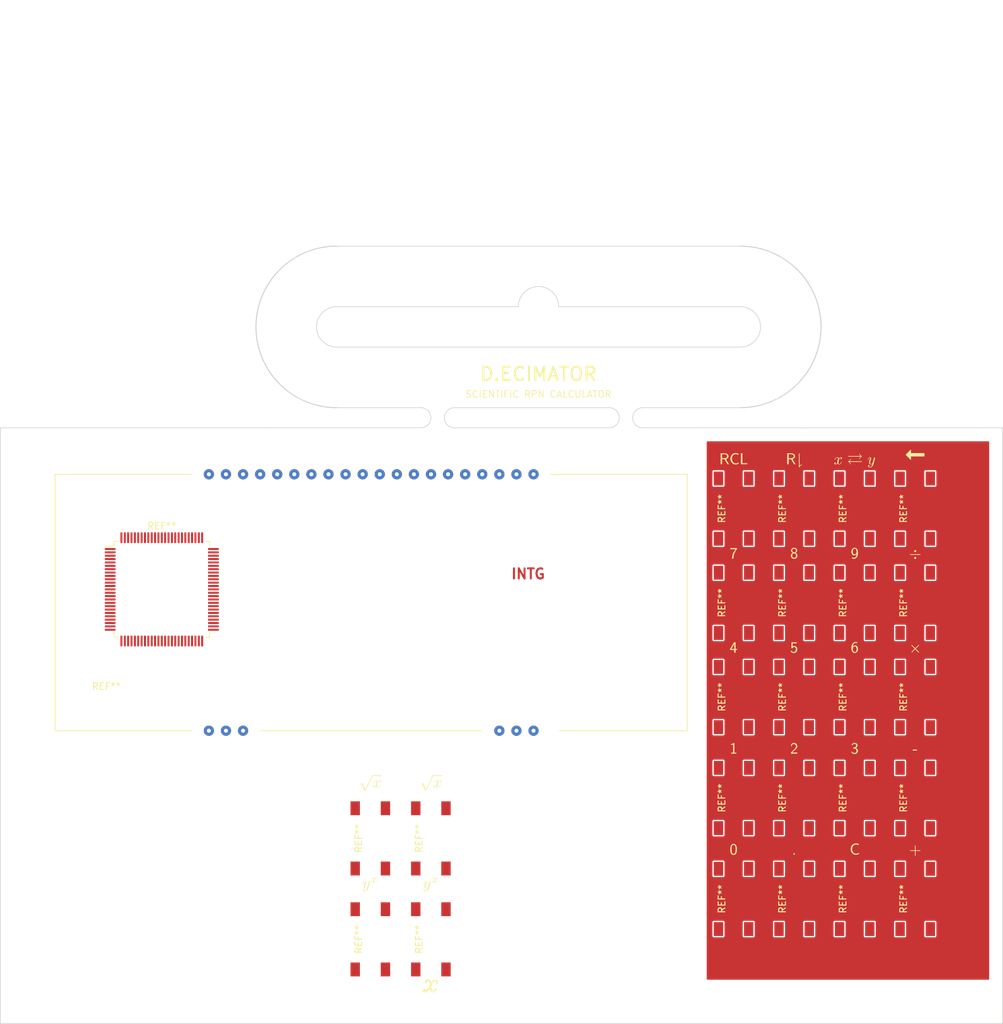
<source format=kicad_pcb>
(kicad_pcb (version 20211014) (generator pcbnew)
  (layers (0 "F.Cu" signal) (31 "B.Cu" signal) (34 "B.Paste" user) (35 "F.Paste" user) (36 "B.SilkS" user "B.Silkscreen") (37 "F.SilkS" user "F.Silkscreen") (38 "B.Mask" user) (39 "F.Mask" user) (44 "Edge.Cuts" user))
  (net 0 "")
  (footprint "Library:1-1437565-6" (layer "F.Cu") (at 198 108 90)
    (fp_text reference "REF**" (at 0 -1.75 90 unlocked) (layer "F.SilkS"))
    (fp_text value "1-1437565-6")
    (pad "1" smd rect (at 4.475 -2.2475 90) (size 2.06 1.395) (layers "F.Cu" "F.Paste" "F.Mask"))
    (pad "2" smd rect (at 4.475 2.2475 90) (size 2.06 1.395) (layers "F.Cu" "F.Paste" "F.Mask"))
    (pad "3" smd rect (at -4.475 2.2475 90) (size 2.06 1.395) (layers "F.Cu" "F.Paste" "F.Mask"))
    (pad "4" smd rect (at -4.475 -2.2475 90) (size 2.06 1.395) (layers "F.Cu" "F.Paste" "F.Mask"))
  )
  (footprint "Library:1-1437565-6" (layer "F.Cu") (at 198 123 90)
    (fp_text reference "REF**" (at 0 -1.75 90 unlocked) (layer "F.SilkS"))
    (fp_text value "1-1437565-6")
    (pad "1" smd rect (at 4.475 -2.2475 90) (size 2.06 1.395) (layers "F.Cu" "F.Paste" "F.Mask"))
    (pad "2" smd rect (at 4.475 2.2475 90) (size 2.06 1.395) (layers "F.Cu" "F.Paste" "F.Mask"))
    (pad "3" smd rect (at -4.475 2.2475 90) (size 2.06 1.395) (layers "F.Cu" "F.Paste" "F.Mask"))
    (pad "4" smd rect (at -4.475 -2.2475 90) (size 2.06 1.395) (layers "F.Cu" "F.Paste" "F.Mask"))
  )
  (footprint "Library:1" (layer "F.Cu") (at 180 100)
    (fp_text reference "G***" hide)
    (fp_text value "LOGO" hide)
  )
  (footprint "Library:9" (layer "F.Cu") (at 198 71)
    (fp_text reference "G***" hide)
    (fp_text value "LOGO" hide)
  )
  (footprint "Library:RDOWN" (layer "F.Cu") (at 189 57)
    (fp_text reference "G***" hide)
    (fp_text value "LOGO" hide)
  )
  (footprint "Library:1-1437565-6" (layer "F.Cu") (at 207 123 90)
    (fp_text reference "REF**" (at 0 -1.75 90 unlocked) (layer "F.SilkS"))
    (fp_text value "1-1437565-6")
    (pad "1" smd rect (at 4.475 -2.2475 90) (size 2.06 1.395) (layers "F.Cu" "F.Paste" "F.Mask"))
    (pad "2" smd rect (at 4.475 2.2475 90) (size 2.06 1.395) (layers "F.Cu" "F.Paste" "F.Mask"))
    (pad "3" smd rect (at -4.475 2.2475 90) (size 2.06 1.395) (layers "F.Cu" "F.Paste" "F.Mask"))
    (pad "4" smd rect (at -4.475 -2.2475 90) (size 2.06 1.395) (layers "F.Cu" "F.Paste" "F.Mask"))
  )
  (footprint "Library:BACKSPACE" (layer "F.Cu") (at 207 57)
    (fp_text reference "G***" hide)
    (fp_text value "LOGO" hide)
  )
  (footprint "Library:xsqrty" (layer "F.Cu") (at 130 106)
    (fp_text reference "G***" hide)
    (fp_text value "LOGO" hide)
  )
  (footprint "Library:1-1437565-6" (layer "F.Cu") (at 180 65 90)
    (fp_text reference "REF**" (at 0 -1.75 90 unlocked) (layer "F.SilkS"))
    (fp_text value "1-1437565-6")
    (pad "1" smd rect (at 4.475 -2.2475 90) (size 2.06 1.395) (layers "F.Cu" "F.Paste" "F.Mask"))
    (pad "2" smd rect (at 4.475 2.2475 90) (size 2.06 1.395) (layers "F.Cu" "F.Paste" "F.Mask"))
    (pad "3" smd rect (at -4.475 2.2475 90) (size 2.06 1.395) (layers "F.Cu" "F.Paste" "F.Mask"))
    (pad "4" smd rect (at -4.475 -2.2475 90) (size 2.06 1.395) (layers "F.Cu" "F.Paste" "F.Mask"))
  )
  (footprint "Library:1-1437565-6" (layer "F.Cu") (at 189 65 90)
    (fp_text reference "REF**" (at 0 -1.75 90 unlocked) (layer "F.SilkS"))
    (fp_text value "1-1437565-6")
    (pad "1" smd rect (at 4.475 -2.2475 90) (size 2.06 1.395) (layers "F.Cu" "F.Paste" "F.Mask"))
    (pad "2" smd rect (at 4.475 2.2475 90) (size 2.06 1.395) (layers "F.Cu" "F.Paste" "F.Mask"))
    (pad "3" smd rect (at -4.475 2.2475 90) (size 2.06 1.395) (layers "F.Cu" "F.Paste" "F.Mask"))
    (pad "4" smd rect (at -4.475 -2.2475 90) (size 2.06 1.395) (layers "F.Cu" "F.Paste" "F.Mask"))
  )
  (footprint "Library:3" (layer "F.Cu") (at 198 100)
    (fp_text reference "G***" hide)
    (fp_text value "LOGO" hide)
  )
  (footprint "Library:8" (layer "F.Cu") (at 189 71)
    (fp_text reference "G***" hide)
    (fp_text value "LOGO" hide)
  )
  (footprint "Library:1-1437565-6" (layer "F.Cu") (at 189 108 90)
    (fp_text reference "REF**" (at 0 -1.75 90 unlocked) (layer "F.SilkS"))
    (fp_text value "1-1437565-6")
    (pad "1" smd rect (at 4.475 -2.2475 90) (size 2.06 1.395) (layers "F.Cu" "F.Paste" "F.Mask"))
    (pad "2" smd rect (at 4.475 2.2475 90) (size 2.06 1.395) (layers "F.Cu" "F.Paste" "F.Mask"))
    (pad "3" smd rect (at -4.475 2.2475 90) (size 2.06 1.395) (layers "F.Cu" "F.Paste" "F.Mask"))
    (pad "4" smd rect (at -4.475 -2.2475 90) (size 2.06 1.395) (layers "F.Cu" "F.Paste" "F.Mask"))
  )
  (footprint "Library:1-1437565-6" (layer "F.Cu") (at 135 114 90)
    (fp_text reference "REF**" (at 0 -1.75 90 unlocked) (layer "F.SilkS"))
    (fp_text value "1-1437565-6")
    (pad "1" smd rect (at 4.475 -2.2475 90) (size 2.06 1.395) (layers "F.Cu" "F.Paste" "F.Mask"))
    (pad "2" smd rect (at 4.475 2.2475 90) (size 2.06 1.395) (layers "F.Cu" "F.Paste" "F.Mask"))
    (pad "3" smd rect (at -4.475 2.2475 90) (size 2.06 1.395) (layers "F.Cu" "F.Paste" "F.Mask"))
    (pad "4" smd rect (at -4.475 -2.2475 90) (size 2.06 1.395) (layers "F.Cu" "F.Paste" "F.Mask"))
  )
  (footprint "Library:1-1437565-6" (layer "F.Cu") (at 126 114 90)
    (fp_text reference "REF**" (at 0 -1.75 90 unlocked) (layer "F.SilkS"))
    (fp_text value "1-1437565-6")
    (pad "1" smd rect (at 4.475 -2.2475 90) (size 2.06 1.395) (layers "F.Cu" "F.Paste" "F.Mask"))
    (pad "2" smd rect (at 4.475 2.2475 90) (size 2.06 1.395) (layers "F.Cu" "F.Paste" "F.Mask"))
    (pad "3" smd rect (at -4.475 2.2475 90) (size 2.06 1.395) (layers "F.Cu" "F.Paste" "F.Mask"))
    (pad "4" smd rect (at -4.475 -2.2475 90) (size 2.06 1.395) (layers "F.Cu" "F.Paste" "F.Mask"))
  )
  (footprint "Library:x" (layer "F.Cu") (at 135 136)
    (fp_text reference "G***" hide)
    (fp_text value "LOGO" hide)
  )
  (footprint "Library:1-1437565-6" (layer "F.Cu") (at 189 93 90)
    (fp_text reference "REF**" (at 0 -1.75 90 unlocked) (layer "F.SilkS"))
    (fp_text value "1-1437565-6")
    (pad "1" smd rect (at 4.475 -2.2475 90) (size 2.06 1.395) (layers "F.Cu" "F.Paste" "F.Mask"))
    (pad "2" smd rect (at 4.475 2.2475 90) (size 2.06 1.395) (layers "F.Cu" "F.Paste" "F.Mask"))
    (pad "3" smd rect (at -4.475 2.2475 90) (size 2.06 1.395) (layers "F.Cu" "F.Paste" "F.Mask"))
    (pad "4" smd rect (at -4.475 -2.2475 90) (size 2.06 1.395) (layers "F.Cu" "F.Paste" "F.Mask"))
  )
  (footprint "Library:RCL" (layer "F.Cu") (at 180 57)
    (fp_text reference "G***" hide)
    (fp_text value "LOGO" hide)
  )
  (footprint "Library:1-1437565-6" (layer "F.Cu") (at 180 79 90)
    (fp_text reference "REF**" (at 0 -1.75 90 unlocked) (layer "F.SilkS"))
    (fp_text value "1-1437565-6")
    (pad "1" smd rect (at 4.475 -2.2475 90) (size 2.06 1.395) (layers "F.Cu" "F.Paste" "F.Mask"))
    (pad "2" smd rect (at 4.475 2.2475 90) (size 2.06 1.395) (layers "F.Cu" "F.Paste" "F.Mask"))
    (pad "3" smd rect (at -4.475 2.2475 90) (size 2.06 1.395) (layers "F.Cu" "F.Paste" "F.Mask"))
    (pad "4" smd rect (at -4.475 -2.2475 90) (size 2.06 1.395) (layers "F.Cu" "F.Paste" "F.Mask"))
  )
  (footprint "Library:2" (layer "F.Cu") (at 189 100)
    (fp_text reference "G***" hide)
    (fp_text value "LOGO" hide)
  )
  (footprint "Library:yexpx" (layer "F.Cu") (at 135 120)
    (fp_text reference "G***" hide)
    (fp_text value "LOGO" hide)
  )
  (footprint "Library:decimal" (layer "F.Cu") (at 189 115)
    (fp_text reference "G***" hide)
    (fp_text value "LOGO" hide)
  )
  (footprint "Library:xsqrty" (layer "F.Cu") (at 139 106)
    (fp_text reference "G***" hide)
    (fp_text value "LOGO" hide)
  )
  (footprint "Library:LOG" (layer "F.Cu") (at 130 121)
    (fp_text reference "G***" hide)
    (fp_text value "LOGO" hide)
  )
  (footprint "Library:1-1437565-6" (layer "F.Cu") (at 126 129 90)
    (fp_text reference "REF**" (at 0 -1.75 90 unlocked) (layer "F.SilkS"))
    (fp_text value "1-1437565-6")
    (pad "1" smd rect (at 4.475 -2.2475 90) (size 2.06 1.395) (layers "F.Cu" "F.Paste" "F.Mask"))
    (pad "2" smd rect (at 4.475 2.2475 90) (size 2.06 1.395) (layers "F.Cu" "F.Paste" "F.Mask"))
    (pad "3" smd rect (at -4.475 2.2475 90) (size 2.06 1.395) (layers "F.Cu" "F.Paste" "F.Mask"))
    (pad "4" smd rect (at -4.475 -2.2475 90) (size 2.06 1.395) (layers "F.Cu" "F.Paste" "F.Mask"))
  )
  (footprint "Library:1-1437565-6" (layer "F.Cu") (at 198 93 90)
    (fp_text reference "REF**" (at 0 -1.75 90 unlocked) (layer "F.SilkS"))
    (fp_text value "1-1437565-6")
    (pad "1" smd rect (at 4.475 -2.2475 90) (size 2.06 1.395) (layers "F.Cu" "F.Paste" "F.Mask"))
    (pad "2" smd rect (at 4.475 2.2475 90) (size 2.06 1.395) (layers "F.Cu" "F.Paste" "F.Mask"))
    (pad "3" smd rect (at -4.475 2.2475 90) (size 2.06 1.395) (layers "F.Cu" "F.Paste" "F.Mask"))
    (pad "4" smd rect (at -4.475 -2.2475 90) (size 2.06 1.395) (layers "F.Cu" "F.Paste" "F.Mask"))
  )
  (footprint "Library:1-1437565-6" (layer "F.Cu") (at 180 123 90)
    (fp_text reference "REF**" (at 0 -1.75 90 unlocked) (layer "F.SilkS"))
    (fp_text value "1-1437565-6")
    (pad "1" smd rect (at 4.475 -2.2475 90) (size 2.06 1.395) (layers "F.Cu" "F.Paste" "F.Mask"))
    (pad "2" smd rect (at 4.475 2.2475 90) (size 2.06 1.395) (layers "F.Cu" "F.Paste" "F.Mask"))
    (pad "3" smd rect (at -4.475 2.2475 90) (size 2.06 1.395) (layers "F.Cu" "F.Paste" "F.Mask"))
    (pad "4" smd rect (at -4.475 -2.2475 90) (size 2.06 1.395) (layers "F.Cu" "F.Paste" "F.Mask"))
  )
  (footprint "Library:1-1437565-6" (layer "F.Cu") (at 180 93 90)
    (fp_text reference "REF**" (at 0 -1.75 90 unlocked) (layer "F.SilkS"))
    (fp_text value "1-1437565-6")
    (pad "1" smd rect (at 4.475 -2.2475 90) (size 2.06 1.395) (layers "F.Cu" "F.Paste" "F.Mask"))
    (pad "2" smd rect (at 4.475 2.2475 90) (size 2.06 1.395) (layers "F.Cu" "F.Paste" "F.Mask"))
    (pad "3" smd rect (at -4.475 2.2475 90) (size 2.06 1.395) (layers "F.Cu" "F.Paste" "F.Mask"))
    (pad "4" smd rect (at -4.475 -2.2475 90) (size 2.06 1.395) (layers "F.Cu" "F.Paste" "F.Mask"))
  )
  (footprint "Library:1-1437565-6" (layer "F.Cu") (at 207 65 90)
    (fp_text reference "REF**" (at 0 -1.75 90 unlocked) (layer "F.SilkS"))
    (fp_text value "1-1437565-6")
    (pad "1" smd rect (at 4.475 -2.2475 90) (size 2.06 1.395) (layers "F.Cu" "F.Paste" "F.Mask"))
    (pad "2" smd rect (at 4.475 2.2475 90) (size 2.06 1.395) (layers "F.Cu" "F.Paste" "F.Mask"))
    (pad "3" smd rect (at -4.475 2.2475 90) (size 2.06 1.395) (layers "F.Cu" "F.Paste" "F.Mask"))
    (pad "4" smd rect (at -4.475 -2.2475 90) (size 2.06 1.395) (layers "F.Cu" "F.Paste" "F.Mask"))
  )
  (footprint "Library:1-1437565-6" (layer "F.Cu") (at 189 123 90)
    (fp_text reference "REF**" (at 0 -1.75 90 unlocked) (layer "F.SilkS"))
    (fp_text value "1-1437565-6")
    (pad "1" smd rect (at 4.475 -2.2475 90) (size 2.06 1.395) (layers "F.Cu" "F.Paste" "F.Mask"))
    (pad "2" smd rect (at 4.475 2.2475 90) (size 2.06 1.395) (layers "F.Cu" "F.Paste" "F.Mask"))
    (pad "3" smd rect (at -4.475 2.2475 90) (size 2.06 1.395) (layers "F.Cu" "F.Paste" "F.Mask"))
    (pad "4" smd rect (at -4.475 -2.2475 90) (size 2.06 1.395) (layers "F.Cu" "F.Paste" "F.Mask"))
  )
  (footprint "Library:minus" (layer "F.Cu") (at 207 100)
    (fp_text reference "G***" hide)
    (fp_text value "LOGO" hide)
  )
  (footprint "Library:1-1437565-6" (layer "F.Cu") (at 135 129 90)
    (fp_text reference "REF**" (at 0 -1.75 90 unlocked) (layer "F.SilkS"))
    (fp_text value "1-1437565-6")
    (pad "1" smd rect (at 4.475 -2.2475 90) (size 2.06 1.395) (layers "F.Cu" "F.Paste" "F.Mask"))
    (pad "2" smd rect (at 4.475 2.2475 90) (size 2.06 1.395) (layers "F.Cu" "F.Paste" "F.Mask"))
    (pad "3" smd rect (at -4.475 2.2475 90) (size 2.06 1.395) (layers "F.Cu" "F.Paste" "F.Mask"))
    (pad "4" smd rect (at -4.475 -2.2475 90) (size 2.06 1.395) (layers "F.Cu" "F.Paste" "F.Mask"))
  )
  (footprint "Package_QFP:LQFP-100_14x14mm_P0.5mm" (layer "F.Cu") (at 95 77)
    (fp_text reference "REF**" (at 0 -9.42) (layer "F.SilkS"))
    (fp_text value "LQFP-100_14x14mm_P0.5mm")
    (pad "1" smd roundrect (at -7.675 -6) (size 1.6 0.3) (layers "F.Cu" "F.Paste" "F.Mask"))
    (pad "2" smd roundrect (at -7.675 -5.5) (size 1.6 0.3) (layers "F.Cu" "F.Paste" "F.Mask"))
    (pad "3" smd roundrect (at -7.675 -5) (size 1.6 0.3) (layers "F.Cu" "F.Paste" "F.Mask"))
    (pad "4" smd roundrect (at -7.675 -4.5) (size 1.6 0.3) (layers "F.Cu" "F.Paste" "F.Mask"))
    (pad "5" smd roundrect (at -7.675 -4) (size 1.6 0.3) (layers "F.Cu" "F.Paste" "F.Mask"))
    (pad "6" smd roundrect (at -7.675 -3.5) (size 1.6 0.3) (layers "F.Cu" "F.Paste" "F.Mask"))
    (pad "7" smd roundrect (at -7.675 -3) (size 1.6 0.3) (layers "F.Cu" "F.Paste" "F.Mask"))
    (pad "8" smd roundrect (at -7.675 -2.5) (size 1.6 0.3) (layers "F.Cu" "F.Paste" "F.Mask"))
    (pad "9" smd roundrect (at -7.675 -2) (size 1.6 0.3) (layers "F.Cu" "F.Paste" "F.Mask"))
    (pad "10" smd roundrect (at -7.675 -1.5) (size 1.6 0.3) (layers "F.Cu" "F.Paste" "F.Mask"))
    (pad "11" smd roundrect (at -7.675 -1) (size 1.6 0.3) (layers "F.Cu" "F.Paste" "F.Mask"))
    (pad "12" smd roundrect (at -7.675 -0.5) (size 1.6 0.3) (layers "F.Cu" "F.Paste" "F.Mask"))
    (pad "13" smd roundrect (at -7.675 0) (size 1.6 0.3) (layers "F.Cu" "F.Paste" "F.Mask"))
    (pad "14" smd roundrect (at -7.675 0.5) (size 1.6 0.3) (layers "F.Cu" "F.Paste" "F.Mask"))
    (pad "15" smd roundrect (at -7.675 1) (size 1.6 0.3) (layers "F.Cu" "F.Paste" "F.Mask"))
    (pad "16" smd roundrect (at -7.675 1.5) (size 1.6 0.3) (layers "F.Cu" "F.Paste" "F.Mask"))
    (pad "17" smd roundrect (at -7.675 2) (size 1.6 0.3) (layers "F.Cu" "F.Paste" "F.Mask"))
    (pad "18" smd roundrect (at -7.675 2.5) (size 1.6 0.3) (layers "F.Cu" "F.Paste" "F.Mask"))
    (pad "19" smd roundrect (at -7.675 3) (size 1.6 0.3) (layers "F.Cu" "F.Paste" "F.Mask"))
    (pad "20" smd roundrect (at -7.675 3.5) (size 1.6 0.3) (layers "F.Cu" "F.Paste" "F.Mask"))
    (pad "21" smd roundrect (at -7.675 4) (size 1.6 0.3) (layers "F.Cu" "F.Paste" "F.Mask"))
    (pad "22" smd roundrect (at -7.675 4.5) (size 1.6 0.3) (layers "F.Cu" "F.Paste" "F.Mask"))
    (pad "23" smd roundrect (at -7.675 5) (size 1.6 0.3) (layers "F.Cu" "F.Paste" "F.Mask"))
    (pad "24" smd roundrect (at -7.675 5.5) (size 1.6 0.3) (layers "F.Cu" "F.Paste" "F.Mask"))
    (pad "25" smd roundrect (at -7.675 6) (size 1.6 0.3) (layers "F.Cu" "F.Paste" "F.Mask"))
    (pad "26" smd roundrect (at -6 7.675) (size 0.3 1.6) (layers "F.Cu" "F.Paste" "F.Mask"))
    (pad "27" smd roundrect (at -5.5 7.675) (size 0.3 1.6) (layers "F.Cu" "F.Paste" "F.Mask"))
    (pad "28" smd roundrect (at -5 7.675) (size 0.3 1.6) (layers "F.Cu" "F.Paste" "F.Mask"))
    (pad "29" smd roundrect (at -4.5 7.675) (size 0.3 1.6) (layers "F.Cu" "F.Paste" "F.Mask"))
    (pad "30" smd roundrect (at -4 7.675) (size 0.3 1.6) (layers "F.Cu" "F.Paste" "F.Mask"))
    (pad "31" smd roundrect (at -3.5 7.675) (size 0.3 1.6) (layers "F.Cu" "F.Paste" "F.Mask"))
    (pad "32" smd roundrect (at -3 7.675) (size 0.3 1.6) (layers "F.Cu" "F.Paste" "F.Mask"))
    (pad "33" smd roundrect (at -2.5 7.675) (size 0.3 1.6) (layers "F.Cu" "F.Paste" "F.Mask"))
    (pad "34" smd roundrect (at -2 7.675) (size 0.3 1.6) (layers "F.Cu" "F.Paste" "F.Mask"))
    (pad "35" smd roundrect (at -1.5 7.675) (size 0.3 1.6) (layers "F.Cu" "F.Paste" "F.Mask"))
    (pad "36" smd roundrect (at -1 7.675) (size 0.3 1.6) (layers "F.Cu" "F.Paste" "F.Mask"))
    (pad "37" smd roundrect (at -0.5 7.675) (size 0.3 1.6) (layers "F.Cu" "F.Paste" "F.Mask"))
    (pad "38" smd roundrect (at 0 7.675) (size 0.3 1.6) (layers "F.Cu" "F.Paste" "F.Mask"))
    (pad "39" smd roundrect (at 0.5 7.675) (size 0.3 1.6) (layers "F.Cu" "F.Paste" "F.Mask"))
    (pad "40" smd roundrect (at 1 7.675) (size 0.3 1.6) (layers "F.Cu" "F.Paste" "F.Mask"))
    (pad "41" smd roundrect (at 1.5 7.675) (size 0.3 1.6) (layers "F.Cu" "F.Paste" "F.Mask"))
    (pad "42" smd roundrect (at 2 7.675) (size 0.3 1.6) (layers "F.Cu" "F.Paste" "F.Mask"))
    (pad "43" smd roundrect (at 2.5 7.675) (size 0.3 1.6) (layers "F.Cu" "F.Paste" "F.Mask"))
    (pad "44" smd roundrect (at 3 7.675) (size 0.3 1.6) (layers "F.Cu" "F.Paste" "F.Mask"))
    (pad "45" smd roundrect (at 3.5 7.675) (size 0.3 1.6) (layers "F.Cu" "F.Paste" "F.Mask"))
    (pad "46" smd roundrect (at 4 7.675) (size 0.3 1.6) (layers "F.Cu" "F.Paste" "F.Mask"))
    (pad "47" smd roundrect (at 4.5 7.675) (size 0.3 1.6) (layers "F.Cu" "F.Paste" "F.Mask"))
    (pad "48" smd roundrect (at 5 7.675) (size 0.3 1.6) (layers "F.Cu" "F.Paste" "F.Mask"))
    (pad "49" smd roundrect (at 5.5 7.675) (size 0.3 1.6) (layers "F.Cu" "F.Paste" "F.Mask"))
    (pad "50" smd roundrect (at 6 7.675) (size 0.3 1.6) (layers "F.Cu" "F.Paste" "F.Mask"))
    (pad "51" smd roundrect (at 7.675 6) (size 1.6 0.3) (layers "F.Cu" "F.Paste" "F.Mask"))
    (pad "52" smd roundrect (at 7.675 5.5) (size 1.6 0.3) (layers "F.Cu" "F.Paste" "F.Mask"))
    (pad "53" smd roundrect (at 7.675 5) (size 1.6 0.3) (layers "F.Cu" "F.Paste" "F.Mask"))
    (pad "54" smd roundrect (at 7.675 4.5) (size 1.6 0.3) (layers "F.Cu" "F.Paste" "F.Mask"))
    (pad "55" smd roundrect (at 7.675 4) (size 1.6 0.3) (layers "F.Cu" "F.Paste" "F.Mask"))
    (pad "56" smd roundrect (at 7.675 3.5) (size 1.6 0.3) (layers "F.Cu" "F.Paste" "F.Mask"))
    (pad "57" smd roundrect (at 7.675 3) (size 1.6 0.3) (layers "F.Cu" "F.Paste" "F.Mask"))
    (pad "58" smd roundrect (at 7.675 2.5) (size 1.6 0.3) (layers "F.Cu" "F.Paste" "F.Mask"))
    (pad "59" smd roundrect (at 7.675 2) (size 1.6 0.3) (layers "F.Cu" "F.Paste" "F.Mask"))
    (pad "60" smd roundrect (at 7.675 1.5) (size 1.6 0.3) (layers "F.Cu" "F.Paste" "F.Mask"))
    (pad "61" smd roundrect (at 7.675 1) (size 1.6 0.3) (layers "F.Cu" "F.Paste" "F.Mask"))
    (pad "62" smd roundrect (at 7.675 0.5) (size 1.6 0.3) (layers "F.Cu" "F.Paste" "F.Mask"))
    (pad "63" smd roundrect (at 7.675 0) (size 1.6 0.3) (layers "F.Cu" "F.Paste" "F.Mask"))
    (pad "64" smd roundrect (at 7.675 -0.5) (size 1.6 0.3) (layers "F.Cu" "F.Paste" "F.Mask"))
    (pad "65" smd roundrect (at 7.675 -1) (size 1.6 0.3) (layers "F.Cu" "F.Paste" "F.Mask"))
    (pad "66" smd roundrect (at 7.675 -1.5) (size 1.6 0.3) (layers "F.Cu" "F.Paste" "F.Mask"))
    (pad "67" smd roundrect (at 7.675 -2) (size 1.6 0.3) (layers "F.Cu" "F.Paste" "F.Mask"))
    (pad "68" smd roundrect (at 7.675 -2.5) (size 1.6 0.3) (layers "F.Cu" "F.Paste" "F.Mask"))
    (pad "69" smd roundrect (at 7.675 -3) (size 1.6 0.3) (layers "F.Cu" "F.Paste" "F.Mask"))
    (pad "70" smd roundrect (at 7.675 -3.5) (size 1.6 0.3) (layers "F.Cu" "F.Paste" "F.Mask"))
    (pad "71" smd roundrect (at 7.675 -4) (size 1.6 0.3) (layers "F.Cu" "F.Paste" "F.Mask"))
    (pad "72" smd roundrect (at 7.675 -4.5) (size 1.6 0.3) (layers "F.Cu" "F.Paste" "F.Mask"))
    (pad "73" smd roundrect (at 7.675 -5) (size 1.6 0.3) (layers "F.Cu" "F.Paste" "F.Mask"))
    (pad "74" smd roundrect (at 7.675 -5.5) (size 1.6 0.3) (layers "F.Cu" "F.Paste" "F.Mask"))
    (pad "75" smd roundrect (at 7.675 -6) (size 1.6 0.3) (layers "F.Cu" "F.Paste" "F.Mask"))
    (pad "76" smd roundrect (at 6 -7.675) (size 0.3 1.6) (layers "F.Cu" "F.Paste" "F.Mask"))
    (pad "77" smd roundrect (at 5.5 -7.675) (size 0.3 1.6) (layers "F.Cu" "F.Paste" "F.Mask"))
    (pad "78" smd roundrect (at 5 -7.675) (size 0.3 1.6) (layers "F.Cu" "F.Paste" "F.Mask"))
    (pad "79" smd roundrect (at 4.5 -7.675) (size 0.3 1.6) (layers "F.Cu" "F.Paste" "F.Mask"))
    (pad "80" smd roundrect (at 4 -7.675) (size 0.3 1.6) (layers "F.Cu" "F.Paste" "F.Mask"))
    (pad "81" smd roundrect (at 3.5 -7.675) (size 0.3 1.6) (layers "F.Cu" "F.Paste" "F.Mask"))
    (pad "82" smd roundrect (at 3 -7.675) (size 0.3 1.6) (layers "F.Cu" "F.Paste" "F.Mask"))
    (pad "83" smd roundrect (at 2.5 -7.675) (size 0.3 1.6) (layers "F.Cu" "F.Paste" "F.Mask"))
    (pad "84" smd roundrect (at 2 -7.675) (size 0.3 1.6) (layers "F.Cu" "F.Paste" "F.Mask"))
    (pad "85" smd roundrect (at 1.5 -7.675) (size 0.3 1.6) (layers "F.Cu" "F.Paste" "F.Mask"))
    (pad "86" smd roundrect (at 1 -7.675) (size 0.3 1.6) (layers "F.Cu" "F.Paste" "F.Mask"))
    (pad "87" smd roundrect (at 0.5 -7.675) (size 0.3 1.6) (layers "F.Cu" "F.Paste" "F.Mask"))
    (pad "88" smd roundrect (at 0 -7.675) (size 0.3 1.6) (layers "F.Cu" "F.Paste" "F.Mask"))
    (pad "89" smd roundrect (at -0.5 -7.675) (size 0.3 1.6) (layers "F.Cu" "F.Paste" "F.Mask"))
    (pad "90" smd roundrect (at -1 -7.675) (size 0.3 1.6) (layers "F.Cu" "F.Paste" "F.Mask"))
    (pad "91" smd roundrect (at -1.5 -7.675) (size 0.3 1.6) (layers "F.Cu" "F.Paste" "F.Mask"))
    (pad "92" smd roundrect (at -2 -7.675) (size 0.3 1.6) (layers "F.Cu" "F.Paste" "F.Mask"))
    (pad "93" smd roundrect (at -2.5 -7.675) (size 0.3 1.6) (layers "F.Cu" "F.Paste" "F.Mask"))
    (pad "94" smd roundrect (at -3 -7.675) (size 0.3 1.6) (layers "F.Cu" "F.Paste" "F.Mask"))
    (pad "95" smd roundrect (at -3.5 -7.675) (size 0.3 1.6) (layers "F.Cu" "F.Paste" "F.Mask"))
    (pad "96" smd roundrect (at -4 -7.675) (size 0.3 1.6) (layers "F.Cu" "F.Paste" "F.Mask"))
    (pad "97" smd roundrect (at -4.5 -7.675) (size 0.3 1.6) (layers "F.Cu" "F.Paste" "F.Mask"))
    (pad "98" smd roundrect (at -5 -7.675) (size 0.3 1.6) (layers "F.Cu" "F.Paste" "F.Mask"))
    (pad "99" smd roundrect (at -5.5 -7.675) (size 0.3 1.6) (layers "F.Cu" "F.Paste" "F.Mask"))
    (pad "100" smd roundrect (at -6 -7.675) (size 0.3 1.6) (layers "F.Cu" "F.Paste" "F.Mask"))
  )
  (footprint "Library:LOG" (layer "F.Cu") (at 139 121)
    (fp_text reference "G***" hide)
    (fp_text value "LOGO" hide)
  )
  (footprint "Library:sqrt" (layer "F.Cu") (at 135 105)
    (fp_text reference "G***" hide)
    (fp_text value "LOGO" hide)
  )
  (footprint "Library:4" (layer "F.Cu") (at 180 85)
    (fp_text reference "G***" hide)
    (fp_text value "LOGO" hide)
  )
  (footprint "Library:1-1437565-6" (layer "F.Cu") (at 180 108 90)
    (fp_text reference "REF**" (at 0 -1.75 90 unlocked) (layer "F.SilkS"))
    (fp_text value "1-1437565-6")
    (pad "1" smd rect (at 4.475 -2.2475 90) (size 2.06 1.395) (layers "F.Cu" "F.Paste" "F.Mask"))
    (pad "2" smd rect (at 4.475 2.2475 90) (size 2.06 1.395) (layers "F.Cu" "F.Paste" "F.Mask"))
    (pad "3" smd rect (at -4.475 2.2475 90) (size 2.06 1.395) (layers "F.Cu" "F.Paste" "F.Mask"))
    (pad "4" smd rect (at -4.475 -2.2475 90) (size 2.06 1.395) (layers "F.Cu" "F.Paste" "F.Mask"))
  )
  (footprint "Library:6" (layer "F.Cu") (at 198 85)
    (fp_text reference "G***" hide)
    (fp_text value "LOGO" hide)
  )
  (footprint "Library:RUP" (layer "F.Cu") (at 193 58)
    (fp_text reference "G***" hide)
    (fp_text value "LOGO" hide)
  )
  (footprint "Library:SWAP" (layer "F.Cu") (at 198 57)
    (fp_text reference "G***" hide)
    (fp_text value "LOGO" hide)
  )
  (footprint "Library:1-1437565-6" (layer "F.Cu") (at 207 93 90)
    (fp_text reference "REF**" (at 0 -1.75 90 unlocked) (layer "F.SilkS"))
    (fp_text value "1-1437565-6")
    (pad "1" smd rect (at 4.475 -2.2475 90) (size 2.06 1.395) (layers "F.Cu" "F.Paste" "F.Mask"))
    (pad "2" smd rect (at 4.475 2.2475 90) (size 2.06 1.395) (layers "F.Cu" "F.Paste" "F.Mask"))
    (pad "3" smd rect (at -4.475 2.2475 90) (size 2.06 1.395) (layers "F.Cu" "F.Paste" "F.Mask"))
    (pad "4" smd rect (at -4.475 -2.2475 90) (size 2.06 1.395) (layers "F.Cu" "F.Paste" "F.Mask"))
  )
  (footprint "Library:STO" (layer "F.Cu") (at 184 58)
    (fp_text reference "G***" hide)
    (fp_text value "LOGO" hide)
  )
  (footprint "Library:1-1437565-6" (layer "F.Cu") (at 189 79 90)
    (fp_text reference "REF**" (at 0 -1.75 90 unlocked) (layer "F.SilkS"))
    (fp_text value "1-1437565-6")
    (pad "1" smd rect (at 4.475 -2.2475 90) (size 2.06 1.395) (layers "F.Cu" "F.Paste" "F.Mask"))
    (pad "2" smd rect (at 4.475 2.2475 90) (size 2.06 1.395) (layers "F.Cu" "F.Paste" "F.Mask"))
    (pad "3" smd rect (at -4.475 2.2475 90) (size 2.06 1.395) (layers "F.Cu" "F.Paste" "F.Mask"))
    (pad "4" smd rect (at -4.475 -2.2475 90) (size 2.06 1.395) (layers "F.Cu" "F.Paste" "F.Mask"))
  )
  (footprint "Library:CLEAR" (layer "F.Cu") (at 211 58)
    (fp_text reference "G***" hide)
    (fp_text value "LOGO" hide)
  )
  (footprint "Library:C" (layer "F.Cu") (at 198 115)
    (fp_text reference "G***" hide)
    (fp_text value "LOGO" hide)
  )
  (footprint "Library:sqrt" (layer "F.Cu") (at 126 105)
    (fp_text reference "G***" hide)
    (fp_text value "LOGO" hide)
  )
  (footprint "Library:0" (layer "F.Cu") (at 180 115)
    (fp_text reference "G***" hide)
    (fp_text value "LOGO" hide)
  )
  (footprint "Library:OOPS" (layer "F.Cu") (at 202 116)
    (fp_text reference "G***" hide)
    (fp_text value "LOGO" hide)
  )
  (footprint "Library:1-1437565-6" (layer "F.Cu") (at 198 65 90)
    (fp_text reference "REF**" (at 0 -1.75 90 unlocked) (layer "F.SilkS"))
    (fp_text value "1-1437565-6")
    (pad "1" smd rect (at 4.475 -2.2475 90) (size 2.06 1.395) (layers "F.Cu" "F.Paste" "F.Mask"))
    (pad "2" smd rect (at 4.475 2.2475 90) (size 2.06 1.395) (layers "F.Cu" "F.Paste" "F.Mask"))
    (pad "3" smd rect (at -4.475 2.2475 90) (size 2.06 1.395) (layers "F.Cu" "F.Paste" "F.Mask"))
    (pad "4" smd rect (at -4.475 -2.2475 90) (size 2.06 1.395) (layers "F.Cu" "F.Paste" "F.Mask"))
  )
  (footprint "Library:yexpx" (layer "F.Cu") (at 126 120)
    (fp_text reference "G***" hide)
    (fp_text value "LOGO" hide)
  )
  (footprint "Library:division" (layer "F.Cu") (at 207 71)
    (fp_text reference "G***" hide)
    (fp_text value "LOGO" hide)
  )
  (footprint "Library:1-1437565-6" (layer "F.Cu") (at 207 79 90)
    (fp_text reference "REF**" (at 0 -1.75 90 unlocked) (layer "F.SilkS"))
    (fp_text value "1-1437565-6")
    (pad "1" smd rect (at 4.475 -2.2475 90) (size 2.06 1.395) (layers "F.Cu" "F.Paste" "F.Mask"))
    (pad "2" smd rect (at 4.475 2.2475 90) (size 2.06 1.395) (layers "F.Cu" "F.Paste" "F.Mask"))
    (pad "3" smd rect (at -4.475 2.2475 90) (size 2.06 1.395) (layers "F.Cu" "F.Paste" "F.Mask"))
    (pad "4" smd rect (at -4.475 -2.2475 90) (size 2.06 1.395) (layers "F.Cu" "F.Paste" "F.Mask"))
  )
  (footprint "Library:EA DOGM240B-6" (layer "F.Cu") (at 102 98)
    (fp_text reference "REF**" (at -15.24 -6.58 unlocked) (layer "F.SilkS"))
    (fp_text value "EA DOGM240B-6")
    (pad "1" thru_hole circle (at 0 0) (size 1.524 1.524) (drill 0.6) (layers *.Cu *.Mask))
    (pad "2" thru_hole circle (at 2.54 0) (size 1.524 1.524) (drill 0.6) (layers *.Cu *.Mask))
    (pad "3" thru_hole circle (at 5.08 0) (size 1.524 1.524) (drill 0.6) (layers *.Cu *.Mask))
    (pad "18" thru_hole circle (at 43.18 0) (size 1.524 1.524) (drill 0.6) (layers *.Cu *.Mask))
    (pad "19" thru_hole circle (at 45.72 0) (size 1.524 1.524) (drill 0.6) (layers *.Cu *.Mask))
    (pad "20" thru_hole circle (at 48.26 0) (size 1.524 1.524) (drill 0.6) (layers *.Cu *.Mask))
    (pad "21" thru_hole circle (at 48.26 -38.1) (size 1.524 1.524) (drill 0.6) (layers *.Cu *.Mask))
    (pad "22" thru_hole circle (at 45.72 -38.1) (size 1.524 1.524) (drill 0.6) (layers *.Cu *.Mask))
    (pad "23" thru_hole circle (at 43.18 -38.1) (size 1.524 1.524) (drill 0.6) (layers *.Cu *.Mask))
    (pad "24" thru_hole circle (at 40.64 -38.1) (size 1.524 1.524) (drill 0.6) (layers *.Cu *.Mask))
    (pad "25" thru_hole circle (at 38.1 -38.1) (size 1.524 1.524) (drill 0.6) (layers *.Cu *.Mask))
    (pad "26" thru_hole circle (at 35.56 -38.1) (size 1.524 1.524) (drill 0.6) (layers *.Cu *.Mask))
    (pad "27" thru_hole circle (at 33.02 -38.1) (size 1.524 1.524) (drill 0.6) (layers *.Cu *.Mask))
    (pad "28" thru_hole circle (at 30.48 -38.1) (size 1.524 1.524) (drill 0.6) (layers *.Cu *.Mask))
    (pad "29" thru_hole circle (at 27.94 -38.1) (size 1.524 1.524) (drill 0.6) (layers *.Cu *.Mask))
    (pad "30" thru_hole circle (at 25.4 -38.1) (size 1.524 1.524) (drill 0.6) (layers *.Cu *.Mask))
    (pad "31" thru_hole circle (at 22.86 -38.1) (size 1.524 1.524) (drill 0.6) (layers *.Cu *.Mask))
    (pad "32" thru_hole circle (at 20.32 -38.1) (size 1.524 1.524) (drill 0.6) (layers *.Cu *.Mask))
    (pad "33" thru_hole circle (at 17.78 -38.1) (size 1.524 1.524) (drill 0.6) (layers *.Cu *.Mask))
    (pad "34" thru_hole circle (at 15.24 -38.1) (size 1.524 1.524) (drill 0.6) (layers *.Cu *.Mask))
    (pad "35" thru_hole circle (at 12.7 -38.1) (size 1.524 1.524) (drill 0.6) (layers *.Cu *.Mask))
    (pad "36" thru_hole circle (at 10.16 -38.1) (size 1.524 1.524) (drill 0.6) (layers *.Cu *.Mask))
    (pad "37" thru_hole circle (at 7.62 -38.1) (size 1.524 1.524) (drill 0.6) (layers *.Cu *.Mask))
    (pad "38" thru_hole circle (at 5.08 -38.1) (size 1.524 1.524) (drill 0.6) (layers *.Cu *.Mask))
    (pad "39" thru_hole circle (at 2.54 -38.1) (size 1.524 1.524) (drill 0.6) (layers *.Cu *.Mask))
    (pad "40" thru_hole circle (at 0 -38.1) (size 1.524 1.524) (drill 0.6) (layers *.Cu *.Mask))
  )
  (footprint "Library:product" (layer "F.Cu") (at 207 85)
    (fp_text reference "G***" hide)
    (fp_text value "LOGO" hide)
  )
  (footprint "Library:plus" (layer "F.Cu") (at 207 115)
    (fp_text reference "G***" hide)
    (fp_text value "LOGO" hide)
  )
  (footprint "Library:5" (layer "F.Cu") (at 189 85)
    (fp_text reference "G***" hide)
    (fp_text value "LOGO" hide)
  )
  (footprint "Library:1-1437565-6" (layer "F.Cu") (at 207 108 90)
    (fp_text reference "REF**" (at 0 -1.75 90 unlocked) (layer "F.SilkS"))
    (fp_text value "1-1437565-6")
    (pad "1" smd rect (at 4.475 -2.2475 90) (size 2.06 1.395) (layers "F.Cu" "F.Paste" "F.Mask"))
    (pad "2" smd rect (at 4.475 2.2475 90) (size 2.06 1.395) (layers "F.Cu" "F.Paste" "F.Mask"))
    (pad "3" smd rect (at -4.475 2.2475 90) (size 2.06 1.395) (layers "F.Cu" "F.Paste" "F.Mask"))
    (pad "4" smd rect (at -4.475 -2.2475 90) (size 2.06 1.395) (layers "F.Cu" "F.Paste" "F.Mask"))
  )
  (footprint "Library:7" (layer "F.Cu") (at 180 71)
    (fp_text reference "G***" hide)
    (fp_text value "LOGO" hide)
  )
  (footprint "Library:1-1437565-6" (layer "F.Cu") (at 198 79 90)
    (fp_text reference "REF**" (at 0 -1.75 90 unlocked) (layer "F.SilkS"))
    (fp_text value "1-1437565-6")
    (pad "1" smd rect (at 4.475 -2.2475 90) (size 2.06 1.395) (layers "F.Cu" "F.Paste" "F.Mask"))
    (pad "2" smd rect (at 4.475 2.2475 90) (size 2.06 1.395) (layers "F.Cu" "F.Paste" "F.Mask"))
    (pad "3" smd rect (at -4.475 2.2475 90) (size 2.06 1.395) (layers "F.Cu" "F.Paste" "F.Mask"))
    (pad "4" smd rect (at -4.475 -2.2475 90) (size 2.06 1.395) (layers "F.Cu" "F.Paste" "F.Mask"))
  )
  (gr_line locked (start 148 35) (end 121 35) (layer "Edge.Cuts") (width 0.1))
  (gr_arc locked (start 181 35) (mid 184 38) (end 181 41) (layer "Edge.Cuts") (width 0.1))
  (gr_arc locked (start 121 41) (mid 118 38) (end 121 35) (layer "Edge.Cuts") (width 0.1))
  (gr_line (start 190 53) (end 220 53) (layer "Edge.Cuts") (width 0.1))
  (gr_line locked (start 166.5 53) (end 190 53) (layer "Edge.Cuts") (width 0.1))
  (gr_arc (start 121 50) (mid 109 38) (end 121 26) (layer "Edge.Cuts") (width 0.15))
  (gr_line (start 71 141.5) (end 71 53) (layer "Edge.Cuts") (width 0.1))
  (gr_line (start 121 26) (end 181 26) (layer "Edge.Cuts") (width 0.1))
  (gr_line (start 220 141.5) (end 71 141.5) (layer "Edge.Cuts") (width 0.1))
  (gr_line (start 133.5 50) (end 121 50) (layer "Edge.Cuts") (width 0.1))
  (gr_line locked (start 121 41) (end 181 41) (layer "Edge.Cuts") (width 0.1))
  (gr_arc locked (start 138.5 53) (mid 137 51.5) (end 138.5 50) (layer "Edge.Cuts") (width 0.1))
  (gr_arc locked (start 166.5 53) (mid 165 51.5) (end 166.5 50) (layer "Edge.Cuts") (width 0.1))
  (gr_line (start 111 53) (end 71 53) (layer "Edge.Cuts") (width 0.1))
  (gr_line locked (start 161.5 50) (end 138.5 50) (layer "Edge.Cuts") (width 0.1))
  (gr_arc locked (start 133.5 50) (mid 135 51.5) (end 133.5 53) (layer "Edge.Cuts") (width 0.1))
  (gr_line (start 220 53) (end 220 141.5) (layer "Edge.Cuts") (width 0.1))
  (gr_arc locked (start 161.5 50) (mid 163 51.5) (end 161.5 53) (layer "Edge.Cuts") (width 0.1))
  (gr_line locked (start 138.5 53) (end 161.5 53) (layer "Edge.Cuts") (width 0.1))
  (gr_arc locked (start 148 35) (mid 151 32) (end 154 35) (layer "Edge.Cuts") (width 0.1))
  (gr_line locked (start 111 53) (end 133.5 53) (layer "Edge.Cuts") (width 0.1))
  (gr_line (start 181 50) (end 166.5 50) (layer "Edge.Cuts") (width 0.1))
  (gr_arc locked (start 181 26) (mid 193 38) (end 181 50) (layer "Edge.Cuts") (width 0.15))
  (gr_line locked (start 154 35) (end 181 35) (layer "Edge.Cuts") (width 0.1))
  (gr_text "INTG" (at 149.46 74.7) (layer "F.Cu") (effects (font (size 1.5 1.5) (thickness 0.3))))
  (gr_text "SCIENTIFIC RPN CALCULATOR" (at 151 48) (layer "F.SilkS") (effects (font (size 1 1) (thickness 0.125))))
  (gr_text "D.ECIMATOR" (at 151 45) (layer "F.SilkS") (effects (font (size 2 2) (thickness 0.3))))
  (zone (net 0) (net_name "") (layer "F.Cu") (connect_pads (clearance 0.1)) (min_thickness 0.254) (fill yes (thermal_gap 0.508) (thermal_bridge_width 0.508))
    (polygon (pts (xy 218 135) (xy 176 135) (xy 176 55) (xy 218 55)))
  )
)
</source>
